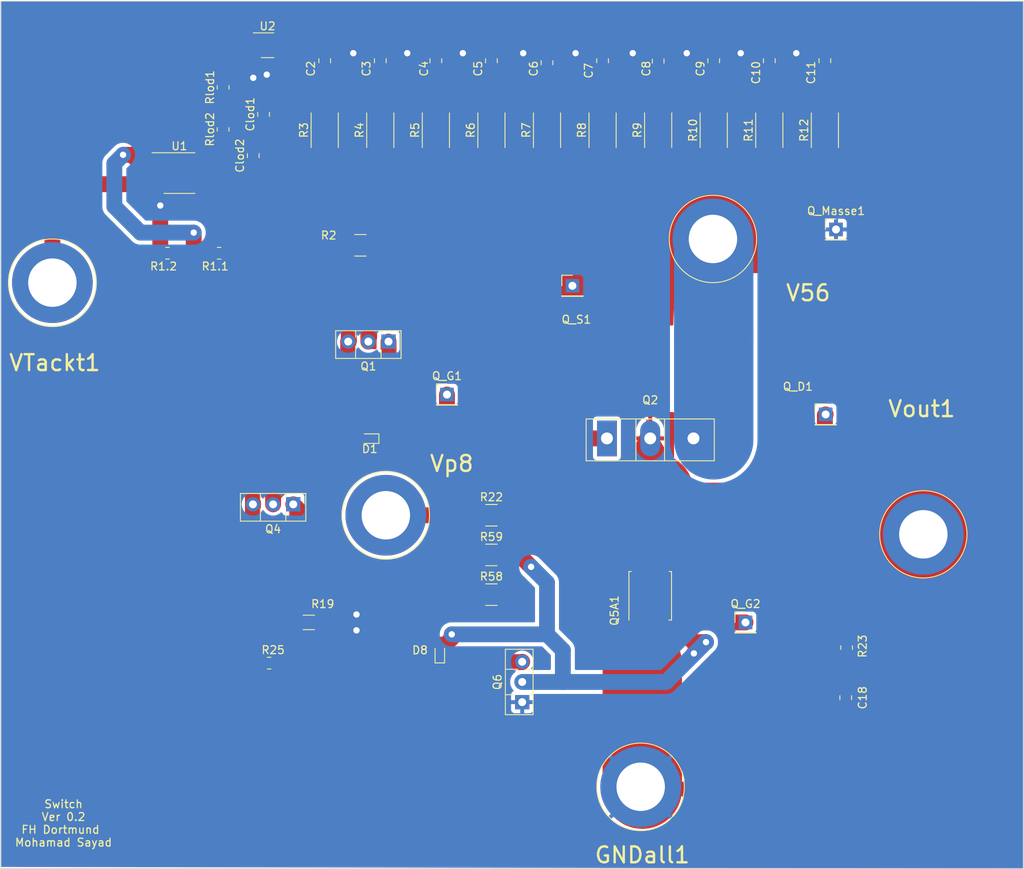
<source format=kicad_pcb>
(kicad_pcb (version 20221018) (generator pcbnew)
  (layers (0 "F.Cu" signal) (31 "B.Cu" signal) (34 "B.Paste" user) (35 "F.Paste" user) (36 "B.SilkS" user "B.Silkscreen") (37 "F.SilkS" user "F.Silkscreen") (38 "B.Mask" user) (39 "F.Mask" user) (44 "Edge.Cuts" user))
  (net 0 "")
  (net 1 "Net-(C18-Pad1)")
  (net 2 "GND")
  (net 3 "Net-(D1-K)")
  (net 4 "Net-(D8-A)")
  (net 5 "56V")
  (net 6 "D")
  (net 7 "Net-(Q4-B)")
  (net 8 "Tackt")
  (net 9 "Vp")
  (net 10 "Net-(C2-Pad1)")
  (net 11 "Net-(C3-Pad1)")
  (net 12 "Net-(C4-Pad1)")
  (net 13 "Net-(C5-Pad1)")
  (net 14 "Net-(C6-Pad1)")
  (net 15 "Net-(C7-Pad1)")
  (net 16 "Net-(C8-Pad1)")
  (net 17 "Net-(C9-Pad1)")
  (net 18 "Net-(C10-Pad1)")
  (net 19 "Net-(C11-Pad1)")
  (net 20 "G1")
  (net 21 "G2")
  (net 22 "Net-(Q4-E)")
  (net 23 "Net-(U1--)")
  (net 27 "Net-(U1-V+)")
  (net 28 "Net-(U2-ADJ)")
  (footprint "Library:TO-247-3_MOSFET" (layer "F.Cu") (at 168.55 96.82)
    (fp_text reference "Q2" (at 5.45 -4.82) (layer "F.SilkS"))
    (fp_text value "IXTH90P10P")
    (pad "1" thru_hole oval (at 5.45 0) (size 2.5 4.5) (drill 1.5) (layers "*.Cu" "*.Mask") (net 6 "D"))
    (pad "2" thru_hole rect (at 0 0) (size 2.5 4.5) (drill 1.5) (layers "*.Cu" "*.Mask") (net 20 "G1"))
    (pad "3" thru_hole oval (at 10.9 0) (size 2.5 4.5) (drill 1.5) (layers "*.Cu" "*.Mask") (net 5 "56V"))
  )
  (footprint "Package_TO_SOT_THT:TO-126-3_Vertical" (layer "F.Cu") (at 157.875 130.04 90)
    (fp_text reference "Q6" (at 2.54 -3.12 90) (layer "F.SilkS"))
    (fp_text value "BD139")
    (pad "1" thru_hole rect (at 0 0 90) (size 1.8 1.8) (drill 1) (layers "*.Cu" "*.Mask") (net 2 "GND"))
    (pad "2" thru_hole oval (at 2.54 0 90) (size 1.8 1.8) (drill 1) (layers "*.Cu" "*.Mask") (net 21 "G2"))
    (pad "3" thru_hole oval (at 5.08 0 90) (size 1.8 1.8) (drill 1) (layers "*.Cu" "*.Mask") (net 4 "Net-(D8-A)"))
  )
  (footprint "Resistor_SMD:R_2512_6332Metric" (layer "F.Cu") (at 133 58 90)
    (fp_text reference "R3" (at 0 -2.62 90) (layer "F.SilkS"))
    (fp_text value "2R2")
    (pad "1" smd roundrect (at -2.9625 0 90) (size 1.225 3.35) (layers "F.Cu" "F.Paste" "F.Mask") (roundrect_rratio 0.204082) (net 5 "56V"))
    (pad "2" smd roundrect (at 2.9625 0 90) (size 1.225 3.35) (layers "F.Cu" "F.Paste" "F.Mask") (roundrect_rratio 0.204082) (net 10 "Net-(C2-Pad1)"))
  )
  (footprint "Resistor_SMD:R_2512_6332Metric" (layer "F.Cu") (at 175 58 90)
    (fp_text reference "R9" (at 0 -2.62 90) (layer "F.SilkS"))
    (fp_text value "2R2")
    (pad "1" smd roundrect (at -2.9625 0 90) (size 1.225 3.35) (layers "F.Cu" "F.Paste" "F.Mask") (roundrect_rratio 0.204082) (net 5 "56V"))
    (pad "2" smd roundrect (at 2.9625 0 90) (size 1.225 3.35) (layers "F.Cu" "F.Paste" "F.Mask") (roundrect_rratio 0.204082) (net 16 "Net-(C8-Pad1)"))
  )
  (footprint "Connector:Banana_Jack_1Pin" (layer "F.Cu") (at 98.7 77.2)
    (fp_text reference "VTackt1" (at 0.3 10.1) (layer "F.SilkS") (effects (font (size 2 2) (thickness 0.3))))
    (fp_text value "Conn_01x01")
    (pad "1" thru_hole circle (at 0 0) (size 10.16 10.16) (drill 6.1) (layers "*.Cu" "*.Mask") (net 8 "Tackt"))
  )
  (footprint "Capacitor_SMD:C_0805_2012Metric" (layer "F.Cu") (at 133 49.25 90)
    (fp_text reference "C2" (at -1 -1.75 90) (layer "F.SilkS"))
    (fp_text value "0.1uF")
    (pad "1" smd roundrect (at -0.95 0 90) (size 1 1.45) (layers "F.Cu" "F.Paste" "F.Mask") (net 10 "Net-(C2-Pad1)"))
    (pad "2" smd roundrect (at 0.95 0 90) (size 1 1.45) (layers "F.Cu" "F.Paste" "F.Mask") (net 2 "GND"))
  )
  (footprint "Resistor_SMD:R_0805_2012Metric" (layer "F.Cu") (at 120.2 57.9 90)
    (fp_text reference "Rlod2" (at 0 -1.65 90) (layer "F.SilkS"))
    (fp_text value "25.2k")
    (pad "1" smd roundrect (at -0.9125 0 90) (size 1.025 1.4) (layers "F.Cu" "F.Paste" "F.Mask") (roundrect_rratio 0.243902) (net 27 "Net-(U1-V+)"))
    (pad "2" smd roundrect (at 0.9125 0 90) (size 1.025 1.4) (layers "F.Cu" "F.Paste" "F.Mask") (roundrect_rratio 0.243902) (net 28 "Net-(U2-ADJ)"))
  )
  (footprint "Capacitor_SMD:C_0805_2012Metric" (layer "F.Cu") (at 198.625 129.488316 -90)
    (fp_text reference "C18" (at 0 -2.125 90) (layer "F.SilkS"))
    (fp_text value "1nF")
    (pad "1" smd roundrect (at -0.95 0 270) (size 1 1.45) (layers "F.Cu" "F.Paste" "F.Mask") (net 1 "Net-(C18-Pad1)"))
    (pad "2" smd roundrect (at 0.95 0 270) (size 1 1.45) (layers "F.Cu" "F.Paste" "F.Mask") (net 2 "GND"))
  )
  (footprint "Library:D_SOD-523_new" (layer "F.Cu") (at 138.675 96.85 180)
    (fp_text reference "D1" (at 0 -1.3) (layer "F.SilkS"))
    (fp_text value "type=\"D\" model=\"BAT54XV2T5G\" lib=\"\"")
    (pad "1" smd rect (at -0.7 0) (size 0.6 0.7) (layers "F.Cu" "F.Paste" "F.Mask") (net 20 "G1"))
    (pad "2" smd rect (at 0.7 0) (size 0.6 0.7) (layers "F.Cu" "F.Paste" "F.Mask") (net 3 "Net-(D1-K)"))
  )
  (footprint "Capacitor_SMD:C_0805_2012Metric" (layer "F.Cu") (at 189 49.25 90)
    (fp_text reference "C10" (at -1.5 -1.68 90) (layer "F.SilkS"))
    (fp_text value "0.1uF")
    (pad "1" smd roundrect (at -0.95 0 90) (size 1 1.45) (layers "F.Cu" "F.Paste" "F.Mask") (net 18 "Net-(C10-Pad1)"))
    (pad "2" smd roundrect (at 0.95 0 90) (size 1 1.45) (layers "F.Cu" "F.Paste" "F.Mask") (net 2 "GND"))
  )
  (footprint "Package_TO_SOT_SMD:TDSON-8-1" (layer "F.Cu") (at 174 116.65 90)
    (fp_text reference "Q5A1" (at -1.85 -4.5 90) (layer "F.SilkS"))
    (fp_text value "BSC340N08NS3G")
    (pad "1" smd rect (at -2.9 -1.905 90) (size 0.85 0.5) (layers "F.Cu" "F.Paste" "F.Mask") (net 2 "GND"))
    (pad "2" smd rect (at -2.9 -0.635 90) (size 0.85 0.5) (layers "F.Cu" "F.Paste" "F.Mask") (net 2 "GND"))
    (pad "3" smd rect (at -2.9 0.635 90) (size 0.85 0.5) (layers "F.Cu" "F.Paste" "F.Mask") (net 2 "GND"))
    (pad "4" smd rect (at -2.9 1.905 90) (size 0.85 0.5) (layers "F.Cu" "F.Paste" "F.Mask") (net 21 "G2"))
    (pad "5" smd rect (at 1.05 0 90) (size 4.55 4.41) (layers "F.Cu") (net 6 "D"))
  )
  (footprint "Capacitor_SMD:C_0805_2012Metric" (layer "F.Cu") (at 147 49.25 90)
    (fp_text reference "C4" (at -1 -1.5 90) (layer "F.SilkS"))
    (fp_text value "0.1uF")
    (pad "1" smd roundrect (at -0.95 0 90) (size 1 1.45) (layers "F.Cu" "F.Paste" "F.Mask") (net 12 "Net-(C4-Pad1)"))
    (pad "2" smd roundrect (at 0.95 0 90) (size 1 1.45) (layers "F.Cu" "F.Paste" "F.Mask") (net 2 "GND"))
  )
  (footprint "Capacitor_SMD:C_0805_2012Metric" (layer "F.Cu") (at 125.3 56 90)
    (fp_text reference "Clod1" (at 0 -1.68 90) (layer "F.SilkS"))
    (fp_text value "0.1uF")
    (pad "1" smd roundrect (at -0.95 0 90) (size 1 1.45) (layers "F.Cu" "F.Paste" "F.Mask") (net 5 "56V"))
    (pad "2" smd roundrect (at 0.95 0 90) (size 1 1.45) (layers "F.Cu" "F.Paste" "F.Mask") (net 2 "GND"))
  )
  (footprint "Capacitor_SMD:C_0805_2012Metric" (layer "F.Cu") (at 175 49.3 90)
    (fp_text reference "C8" (at -0.95 -1.5 90) (layer "F.SilkS"))
    (fp_text value "0.1uF")
    (pad "1" smd roundrect (at -0.95 0 90) (size 1 1.45) (layers "F.Cu" "F.Paste" "F.Mask") (net 16 "Net-(C8-Pad1)"))
    (pad "2" smd roundrect (at 0.95 0 90) (size 1 1.45) (layers "F.Cu" "F.Paste" "F.Mask") (net 2 "GND"))
  )
  (footprint "Resistor_SMD:R_1206_3216Metric" (layer "F.Cu") (at 131 120)
    (fp_text reference "R19" (at 1.75 -2.32) (layer "F.SilkS"))
    (fp_text value "120R")
    (pad "1" smd roundrect (at -1.4625 0) (size 1.125 1.75) (layers "F.Cu" "F.Paste" "F.Mask") (roundrect_rratio 0.222222) (net 22 "Net-(Q4-E)"))
    (pad "2" smd roundrect (at 1.4625 0) (size 1.125 1.75) (layers "F.Cu" "F.Paste" "F.Mask") (roundrect_rratio 0.222222) (net 2 "GND"))
  )
  (footprint "Resistor_SMD:R_0805_2012Metric" (layer "F.Cu") (at 126 125.125)
    (fp_text reference "R25" (at 0.5 -1.65) (layer "F.SilkS"))
    (fp_text value "4k7")
    (pad "1" smd roundrect (at -0.9125 0) (size 1.025 1.4) (layers "F.Cu" "F.Paste" "F.Mask") (roundrect_rratio 0.243902) (net 7 "Net-(Q4-B)"))
    (pad "2" smd roundrect (at 0.9125 0) (size 1.025 1.4) (layers "F.Cu" "F.Paste" "F.Mask") (roundrect_rratio 0.243902) (net 4 "Net-(D8-A)"))
  )
  (footprint "Connector_PinHeader_2.54mm:PinHeader_1x01_P2.54mm_Vertical" (layer "F.Cu") (at 164.2 77.6)
    (fp_text reference "Q_S1" (at 0.5 4.25) (layer "F.SilkS"))
    (fp_text value "Conn_01x01")
    (pad "1" thru_hole rect (at 0 0) (size 1.7 1.7) (drill 1) (layers "*.Cu" "*.Mask") (net 5 "56V"))
  )
  (footprint "Connector:Banana_Jack_1Pin" (layer "F.Cu") (at 181.9 71.7)
    (fp_text reference "V56" (at 12 6.8) (layer "F.SilkS") (effects (font (size 2 2) (thickness 0.3))))
    (fp_text value "Conn_01x01")
    (pad "1" thru_hole circle (at 0 0) (size 10.16 10.16) (drill 6.1) (layers "*.Cu" "*.Mask") (net 5 "56V"))
  )
  (footprint "Capacitor_SMD:C_0805_2012Metric" (layer "F.Cu") (at 140 49.25 90)
    (fp_text reference "C3" (at -1 -1.75 90) (layer "F.SilkS"))
    (fp_text value "0.1uF")
    (pad "1" smd roundrect (at -0.95 0 90) (size 1 1.45) (layers "F.Cu" "F.Paste" "F.Mask") (net 11 "Net-(C3-Pad1)"))
    (pad "2" smd roundrect (at 0.95 0 90) (size 1 1.45) (layers "F.Cu" "F.Paste" "F.Mask") (net 2 "GND"))
  )
  (footprint "Connector_PinHeader_2.54mm:PinHeader_1x01_P2.54mm_Vertical" (layer "F.Cu") (at 148.4 91.3)
    (fp_text reference "Q_G1" (at 0 -2.33) (layer "F.SilkS"))
    (fp_text value "Conn_01x01")
    (pad "1" thru_hole rect (at 0 0) (size 1.7 1.7) (drill 1) (layers "*.Cu" "*.Mask") (net 20 "G1"))
  )
  (footprint "Package_TO_SOT_SMD:SOT-23-5" (layer "F.Cu") (at 125.8 47.3)
    (fp_text reference "U2" (at 0 -2.4) (layer "F.SilkS"))
    (fp_text value "LT3014")
    (pad "1" smd roundrect (at -1.1375 -0.95) (size 1.325 0.6) (layers "F.Cu" "F.Paste" "F.Mask") (net 27 "Net-(U1-V+)"))
    (pad "2" smd roundrect (at -1.1375 0) (size 1.325 0.6) (layers "F.Cu" "F.Paste" "F.Mask") (net 28 "Net-(U2-ADJ)"))
    (pad "3" smd roundrect (at -1.1375 0.95) (size 1.325 0.6) (layers "F.Cu" "F.Paste" "F.Mask"))
    (pad "4" smd roundrect (at 1.1375 0.95) (size 1.325 0.6) (layers "F.Cu" "F.Paste" "F.Mask") (net 2 "GND"))
    (pad "5" smd roundrect (at 1.1375 -0.95) (size 1.325 0.6) (layers "F.Cu" "F.Paste" "F.Mask") (net 5 "56V"))
  )
  (footprint "Resistor_SMD:R_2512_6332Metric" (layer "F.Cu") (at 147 58 90)
    (fp_text reference "R5" (at 0 -2.62 90) (layer "F.SilkS"))
    (fp_text value "2R2")
    (pad "1" smd roundrect (at -2.9625 0 90) (size 1.225 3.35) (layers "F.Cu" "F.Paste" "F.Mask") (roundrect_rratio 0.204082) (net 5 "56V"))
    (pad "2" smd roundrect (at 2.9625 0 90) (size 1.225 3.35) (layers "F.Cu" "F.Paste" "F.Mask") (roundrect_rratio 0.204082) (net 12 "Net-(C4-Pad1)"))
  )
  (footprint "Connector:Banana_Jack_1Pin" (layer "F.Cu") (at 208.4 108.9)
    (fp_text reference "Vout1" (at -0.2 -15.8) (layer "F.SilkS") (effects (font (size 2 2) (thickness 0.3))))
    (fp_text value "Conn_01x01")
    (pad "1" thru_hole circle (at 0 0) (size 10.16 10.16) (drill 6.1) (layers "*.Cu" "*.Mask") (net 6 "D"))
  )
  (footprint "Capacitor_SMD:C_0805_2012Metric" (layer "F.Cu") (at 196 49.25 90)
    (fp_text reference "C11" (at -1.5 -1.75 90) (layer "F.SilkS"))
    (fp_text value "0.1uF")
    (pad "1" smd roundrect (at -0.95 0 90) (size 1 1.45) (layers "F.Cu" "F.Paste" "F.Mask") (net 19 "Net-(C11-Pad1)"))
    (pad "2" smd roundrect (at 0.95 0 90) (size 1 1.45) (layers "F.Cu" "F.Paste" "F.Mask") (net 2 "GND"))
  )
  (footprint "Connector_PinHeader_2.54mm:PinHeader_1x01_P2.54mm_Vertical" (layer "F.Cu") (at 186 120)
    (fp_text reference "Q_G2" (at 0 -2.33) (layer "F.SilkS"))
    (fp_text value "Conn_01x01")
    (pad "1" thru_hole rect (at 0 0) (size 1.7 1.7) (drill 1) (layers "*.Cu" "*.Mask") (net 21 "G2"))
  )
  (footprint "Resistor_SMD:R_0805_2012Metric" (layer "F.Cu") (at 198.735 123.173752 -90)
    (fp_text reference "R23" (at -0.173752 -2.015 90) (layer "F.SilkS"))
    (fp_text value "2R2")
    (pad "1" smd roundrect (at -0.9125 0 270) (size 1.025 1.4) (layers "F.Cu" "F.Paste" "F.Mask") (roundrect_rratio 0.243902) (net 6 "D"))
    (pad "2" smd roundrect (at 0.9125 0 270) (size 1.025 1.4) (layers "F.Cu" "F.Paste" "F.Mask") (roundrect_rratio 0.243902) (net 1 "Net-(C18-Pad1)"))
  )
  (footprint "Connector:Banana_Jack_1Pin" (layer "F.Cu") (at 140.7 106.5)
    (fp_text reference "Vp8" (at 8.3 -6.5) (layer "F.SilkS") (effects (font (size 2 2) (thickness 0.3))))
    (fp_text value "Conn_01x01")
    (pad "1" thru_hole circle (at 0 0) (size 10.16 10.16) (drill 6.1) (layers "*.Cu" "*.Mask") (net 9 "Vp"))
  )
  (footprint "Resistor_SMD:R_2512_6332Metric" (layer "F.Cu") (at 168 58 90)
    (fp_text reference "R8" (at 0 -2.62 90) (layer "F.SilkS"))
    (fp_text value "2R2")
    (pad "1" smd roundrect (at -2.9625 0 90) (size 1.225 3.35) (layers "F.Cu" "F.Paste" "F.Mask") (roundrect_rratio 0.204082) (net 5 "56V"))
    (pad "2" smd roundrect (at 2.9625 0 90) (size 1.225 3.35) (layers "F.Cu" "F.Paste" "F.Mask") (roundrect_rratio 0.204082) (net 15 "Net-(C7-Pad1)"))
  )
  (footprint "Capacitor_SMD:C_0805_2012Metric" (layer "F.Cu") (at 154 49.25 90)
    (fp_text reference "C5" (at -1 -1.68 90) (layer "F.SilkS"))
    (fp_text value "0.1uF")
    (pad "1" smd roundrect (at -0.95 0 90) (size 1 1.45) (layers "F.Cu" "F.Paste" "F.Mask") (net 13 "Net-(C5-Pad1)"))
    (pad "2" smd roundrect (at 0.95 0 90) (size 1 1.45) (layers "F.Cu" "F.Paste" "F.Mask") (net 2 "GND"))
  )
  (footprint "Resistor_SMD:R_0805_2012Metric" (layer "F.Cu") (at 120.2 52.6 90)
    (fp_text reference "Rlod1" (at 0 -1.65 90) (layer "F.SilkS"))
    (fp_text value "1.35k")
    (pad "1" smd roundrect (at -0.9125 0 90) (size 1.025 1.4) (layers "F.Cu" "F.Paste" "F.Mask") (roundrect_rratio 0.243902) (net 28 "Net-(U2-ADJ)"))
    (pad "2" smd roundrect (at 0.9125 0 90) (size 1.025 1.4) (layers "F.Cu" "F.Paste" "F.Mask") (roundrect_rratio 0.243902) (net 2 "GND"))
  )
  (footprint "Package_SO:SOIC-8_3.9x4.9mm_P1.27mm" (layer "F.Cu") (at 114.7 63.4)
    (fp_text reference "U1" (at 0 -3.4) (layer "F.SilkS"))
    (fp_text value "AD8033")
    (pad "1" smd roundrect (at -2.475 -1.905) (size 1.95 0.6) (layers "F.Cu" "F.Paste" "F.Mask"))
    (pad "2" smd roundrect (at -2.475 -0.635) (size 1.95 0.6) (layers "F.Cu" "F.Paste" "F.Mask") (net 23 "Net-(U1--)"))
    (pad "3" smd roundrect (at -2.475 0.635) (size 1.95 0.6) (layers "F.Cu" "F.Paste" "F.Mask") (net 8 "Tackt"))
    (pad "4" smd roundrect (at -2.475 1.905) (size 1.95 0.6) (layers "F.Cu" "F.Paste" "F.Mask") (net 2 "GND"))
    (pad "5" smd roundrect (at 2.475 1.905) (size 1.95 0.6) (layers "F.Cu" "F.Paste" "F.Mask"))
    (pad "6" smd roundrect (at 2.475 0.635) (size 1.95 0.6) (layers "F.Cu" "F.Paste" "F.Mask") (net 7 "Net-(Q4-B)"))
    (pad "7" smd roundrect (at 2.475 -0.635) (size 1.95 0.6) (layers "F.Cu" "F.Paste" "F.Mask") (net 27 "Net-(U1-V+)"))
    (pad "8" smd roundrect (at 2.475 -1.905) (size 1.95 0.6) (layers "F.Cu" "F.Paste" "F.Mask"))
  )
  (footprint "Package_TO_SOT_THT:TO-126-3_Vertical" (layer "F.Cu") (at 141.04 84.625 180)
    (fp_text reference "Q1" (at 2.54 -3.12) (layer "F.SilkS"))
    (fp_text value "BD139")
    (pad "1" thru_hole rect (at 0 0 180) (size 1.8 1.8) (drill 1) (layers "*.Cu" "*.Mask") (net 20 "G1"))
    (pad "2" thru_hole oval (at 2.54 0 180) (size 1.8 1.8) (drill 1) (layers "*.Cu" "*.Mask") (net 5 "56V"))
    (pad "3" thru_hole oval (at 5.08 0 180) (size 1.8 1.8) (drill 1) (layers "*.Cu" "*.Mask") (net 3 "Net-(D1-K)"))
  )
  (footprint "Resistor_SMD:R_2512_6332Metric" (layer "F.Cu") (at 189 58 90)
    (fp_text reference "R11" (at 0 -2.62 90) (layer "F.SilkS"))
    (fp_text value "2R2")
    (pad "1" smd roundrect (at -2.9625 0 90) (size 1.225 3.35) (layers "F.Cu" "F.Paste" "F.Mask") (roundrect_rratio 0.204082) (net 5 "56V"))
    (pad "2" smd roundrect (at 2.9625 0 90) (size 1.225 3.35) (layers "F.Cu" "F.Paste" "F.Mask") (roundrect_rratio 0.204082) (net 18 "Net-(C10-Pad1)"))
  )
  (footprint "Resistor_SMD:R_1210_3225Metric" (layer "F.Cu") (at 154 111.5)
    (fp_text reference "R59" (at 0 -2.28) (layer "F.SilkS"))
    (fp_text value "220R")
    (pad "1" smd roundrect (at -1.4625 0) (size 1.125 2.65) (layers "F.Cu" "F.Paste" "F.Mask") (roundrect_rratio 0.222222) (net 9 "Vp"))
    (pad "2" smd roundrect (at 1.4625 0) (size 1.125 2.65) (layers "F.Cu" "F.Paste" "F.Mask") (roundrect_rratio 0.222222) (net 21 "G2"))
  )
  (footprint "Resistor_SMD:R_1210_3225Metric" (layer "F.Cu") (at 154 106.5)
    (fp_text reference "R22" (at 0 -2.28) (layer "F.SilkS"))
    (fp_text value "220R")
    (pad "1" smd roundrect (at -1.4625 0) (size 1.125 2.65) (layers "F.Cu" "F.Paste" "F.Mask") (roundrect_rratio 0.222222) (net 9 "Vp"))
    (pad "2" smd roundrect (at 1.4625 0) (size 1.125 2.65) (layers "F.Cu" "F.Paste" "F.Mask") (roundrect_rratio 0.222222) (net 21 "G2"))
  )
  (footprint "Resistor_SMD:R_2512_6332Metric" (layer "F.Cu") (at 196 58 90)
    (fp_text reference "R12" (at 0 -2.62 90) (layer "F.SilkS"))
    (fp_text value "2R2")
    (pad "1" smd roundrect (at -2.9625 0 90) (size 1.225 3.35) (layers "F.Cu" "F.Paste" "F.Mask") (roundrect_rratio 0.204082) (net 5 "56V"))
    (pad "2" smd roundrect (at 2.9625 0 90) (size 1.225 3.35) (layers "F.Cu" "F.Paste" "F.Mask") (roundrect_rratio 0.204082) (net 19 "Net-(C11-Pad1)"))
  )
  (footprint "Resistor_SMD:R_1210_3225Metric" (layer "F.Cu") (at 154 116.5)
    (fp_text reference "R58" (at 0 -2.28) (layer "F.SilkS"))
    (fp_text value "220R")
    (pad "1" smd roundrect (at -1.4625 0) (size 1.125 2.65) (layers "F.Cu" "F.Paste" "F.Mask") (roundrect_rratio 0.222222) (net 9 "Vp"))
    (pad "2" smd roundrect (at 1.4625 0) (size 1.125 2.65) (layers "F.Cu" "F.Paste" "F.Mask") (roundrect_rratio 0.222222) (net 21 "G2"))
  )
  (footprint "Resistor_SMD:R_1210_3225Metric" (layer "F.Cu") (at 137.5 72.5 180)
    (fp_text reference "R2" (at 4 1.25) (layer "F.SilkS"))
    (fp_text value "330R")
    (pad "1" smd roundrect (at -1.4625 0 180) (size 1.125 2.65) (layers "F.Cu" "F.Paste" "F.Mask") (roundrect_rratio 0.222222) (net 5 "56V"))
    (pad "2" smd roundrect (at 1.4625 0 180) (size 1.125 2.65) (layers "F.Cu" "F.Paste" "F.Mask") (roundrect_rratio 0.222222) (net 3 "Net-(D1-K)"))
  )
  (footprint "Capacitor_SMD:C_0805_2012Metric" (layer "F.Cu") (at 124 61.2 90)
    (fp_text reference "Clod2" (at 0 -1.68 90) (layer "F.SilkS"))
    (fp_text value "0.1uF")
    (pad "1" smd roundrect (at -0.95 0 90) (size 1 1.45) (layers "F.Cu" "F.Paste" "F.Mask") (net 27 "Net-(U1-V+)"))
    (pad "2" smd roundrect (at 0.95 0 90) (size 1 1.45) (layers "F.Cu" "F.Paste" "F.Mask") (net 2 "GND"))
  )
  (footprint "Capacitor_SMD:C_0805_2012Metric" (layer "F.Cu") (at 182 49.25 90)
    (fp_text reference "C9" (at -1 -1.68 90) (layer "F.SilkS"))
    (fp_text value "0.1uF")
    (pad "1" smd roundrect (at -0.95 0 90) (size 1 1.45) (layers "F.Cu" "F.Paste" "F.Mask") (net 17 "Net-(C9-Pad1)"))
    (pad "2" smd roundrect (at 0.95 0 90) (size 1 1.45) (layers "F.Cu" "F.Paste" "F.Mask") (net 2 "GND"))
  )
  (footprint "Connector_PinHeader_2.54mm:PinHeader_1x01_P2.54mm_Vertical" (layer "F.Cu") (at 197.4 70.5)
    (fp_text reference "Q_Masse1" (at 0 -2.33) (layer "F.SilkS"))
    (fp_text value "Conn_01x01")
    (pad "1" thru_hole rect (at 0 0) (size 1.7 1.7) (drill 1) (layers "*.Cu" "*.Mask") (net 2 "GND"))
  )
  (footprint "Connector_PinHeader_2.54mm:PinHeader_1x01_P2.54mm_Vertical" (layer "F.Cu") (at 196.1 93.8)
    (fp_text reference "Q_D1" (at -3.5 -3.5) (layer "F.SilkS"))
    (fp_text value "Conn_01x01")
    (pad "1" thru_hole rect (at 0 0) (size 1.7 1.7) (drill 1) (layers "*.Cu" "*.Mask") (net 6 "D"))
  )
  (footprint "Capacitor_SMD:C_0805_2012Metric" (layer "F.Cu") (at 168 49.25 90)
    (fp_text reference "C7" (at -1.25 -1.75 90) (layer "F.SilkS"))
    (fp_text value "0.1uF")
    (pad "1" smd roundrect (at -0.95 0 90) (size 1 1.45) (layers "F.Cu" "F.Paste" "F.Mask") (net 15 "Net-(C7-Pad1)"))
    (pad "2" smd roundrect (at 0.95 0 90) (size 1 1.45) (layers "F.Cu" "F.Paste" "F.Mask") (net 2 "GND"))
  )
  (footprint "Resistor_SMD:R_2512_6332Metric" (layer "F.Cu") (at 140 58 90)
    (fp_text reference "R4" (at 0 -2.62 90) (layer "F.SilkS"))
    (fp_text value "2R2")
    (pad "1" smd roundrect (at -2.9625 0 90) (size 1.225 3.35) (layers "F.Cu" "F.Paste" "F.Mask") (roundrect_rratio 0.204082) (net 5 "56V"))
    (pad "2" smd roundrect (at 2.9625 0 90) (size 1.225 3.35) (layers "F.Cu" "F.Paste" "F.Mask") (roundrect_rratio 0.204082) (net 11 "Net-(C3-Pad1)"))
  )
  (footprint "Resistor_SMD:R_0805_2012Metric" (layer "F.Cu") (at 113.2 73.5 180)
    (fp_text reference "R1.2" (at 0.5 -1.65) (layer "F.SilkS"))
    (fp_text value "2k")
    (pad "1" smd roundrect (at -0.9125 0 180) (size 1.025 1.4) (layers "F.Cu" "F.Paste" "F.Mask") (roundrect_rratio 0.243902) (net 23 "Net-(U1--)"))
    (pad "2" smd roundrect (at 0.9125 0 180) (size 1.025 1.4) (layers "F.Cu" "F.Paste" "F.Mask") (roundrect_rratio 0.243902) (net 2 "GND"))
  )
  (footprint "Resistor_SMD:R_2512_6332Metric" (layer "F.Cu") (at 161 58 90)
    (fp_text reference "R7" (at 0 -2.62 90) (layer "F.SilkS"))
    (fp_text value "2R2")
    (pad "1" smd roundrect (at -2.9625 0 90) (size 1.225 3.35) (layers "F.Cu" "F.Paste" "F.Mask") (roundrect_rratio 0.204082) (net 5 "56V"))
    (pad "2" smd roundrect (at 2.9625 0 90) (size 1.225 3.35) (layers "F.Cu" "F.Paste" "F.Mask") (roundrect_rratio 0.204082) (net 14 "Net-(C6-Pad1)"))
  )
  (footprint "Connector:Banana_Jack_1Pin" (layer "F.Cu") (at 172.8 140.7)
    (fp_text reference "GNDall1" (at 0.2 8.6) (layer "F.SilkS") (effects (font (size 2 2) (thickness 0.3))))
    (fp_text value "Conn_01x01")
    (pad "1" thru_hole circle (at 0 0) (size 10.16 10.16) (drill 6.1) (layers "*.Cu" "*.Mask") (net 2 "GND"))
  )
  (footprint "Package_TO_SOT_THT:TO-126-3_Vertical" (layer "F.Cu") (at 129.04 105.125 180)
    (fp_text reference "Q4" (at 2.54 -3.12) (layer "F.SilkS"))
    (fp_text value "BD139")
    (pad "1" thru_hole rect (at 0 0 180) (size 1.8 1.8) (drill 1) (layers "*.Cu" "*.Mask") (net 22 "Net-(Q4-E)"))
    (pad "2" thru_hole oval (at 2.54 0 180) (size 1.8 1.8) (drill 1) (layers "*.Cu" "*.Mask") (net 3 "Net-(D1-K)"))
    (pad "3" thru_hole oval (at 5.08 0 180) (size 1.8 1.8) (drill 1) (layers "*.Cu" "*.Mask") (net 7 "Net-(Q4-B)"))
  )
  (footprint "Library:D_SOD-523_new" (layer "F.Cu") (at 147.5 123.95 90)
    (fp_text reference "D8" (at 0.45 -2.5 180) (layer "F.SilkS"))
    (fp_text value "type=\"D\" model=\"BAT54XV2T5G\" lib=\"\"")
    (pad "1" smd rect (at -0.7 0 270) (size 0.6 0.7) (layers "F.Cu" "F.Paste" "F.Mask") (net 4 "Net-(D8-A)"))
    (pad "2" smd rect (at 0.7 0 270) (size 0.6 0.7) (layers "F.Cu" "F.Paste" "F.Mask") (net 21 "G2"))
  )
  (footprint "Resistor_SMD:R_2512_6332Metric" (layer "F.Cu") (at 154 58 90)
    (fp_text reference "R6" (at 0 -2.62 90) (layer "F.SilkS"))
    (fp_text value "2R2")
    (pad "1" smd roundrect (at -2.9625 0 90) (size 1.225 3.35) (layers "F.Cu" "F.Paste" "F.Mask") (roundrect_rratio 0.204082) (net 5 "56V"))
    (pad "2" smd roundrect (at 2.9625 0 90) (size 1.225 3.35) (layers "F.Cu" "F.Paste" "F.Mask") (roundrect_rratio 0.204082) (net 13 "Net-(C5-Pad1)"))
  )
  (footprint "Resistor_SMD:R_0805_2012Metric" (layer "F.Cu") (at 119.7 73.5 180)
    (fp_text reference "R1.1" (at 0.5 -1.65) (layer "F.SilkS"))
    (fp_text value "10k")
    (pad "1" smd roundrect (at -0.9125 0 180) (size 1.025 1.4) (layers "F.Cu" "F.Paste" "F.Mask") (roundrect_rratio 0.243902) (net 7 "Net-(Q4-B)"))
    (pad "2" smd roundrect (at 0.9125 0 180) (size 1.025 1.4) (layers "F.Cu" "F.Paste" "F.Mask") (roundrect_rratio 0.243902) (net 23 "Net-(U1--)"))
  )
  (footprint "Resistor_SMD:R_2512_6332Metric" (layer "F.Cu") (at 182 58 90)
    (fp_text reference "R10" (at 0 -2.62 90) (layer "F.SilkS"))
    (fp_text value "2R2")
    (pad "1" smd roundrect (at -2.9625 0 90) (size 1.225 3.35) (layers "F.Cu" "F.Paste" "F.Mask") (roundrect_rratio 0.204082) (net 5 "56V"))
    (pad "2" smd roundrect (at 2.9625 0 90) (size 1.225 3.35) (layers "F.Cu" "F.Paste" "F.Mask") (roundrect_rratio 0.204082) (net 17 "Net-(C9-Pad1)"))
  )
  (footprint "Capacitor_SMD:C_0805_2012Metric" (layer "F.Cu") (at 161 49.5 90)
    (fp_text reference "C6" (at -0.75 -1.68 90) (layer "F.SilkS"))
    (fp_text value "0.1uF")
    (pad "1" smd roundrect (at -0.95 0 90) (size 1 1.45) (layers "F.Cu" "F.Paste" "F.Mask") (net 14 "Net-(C6-Pad1)"))
    (pad "2" smd roundrect (at 0.95 0 90) (size 1 1.45) (layers "F.Cu" "F.Paste" "F.Mask") (net 2 "GND"))
  )
  (gr_rect (start 92.2 41.75) (end 221 151) (stroke (width 0.1)) (fill none) (layer "Edge.Cuts"))
  (gr_text "Switch\nVer 0.2\nFH Dortmund \nMohamad Sayad" (at 100.1 145.3) (layer "F.SilkS") (effects (font (size 1 1))))
  (segment (start 198.5 125) (end 198.5 128) (width 2) (layer "F.Cu") (net 1))
  (segment (start 198.735 128.428316) (end 198.625 128.538316) (width 0.25) (layer "F.Cu") (net 1))
  (segment (start 125.3 53.5) (end 124 53.5) (width 2) (layer "F.Cu") (net 2))
  (segment (start 122.5 51.4) (end 124 51.4) (width 2) (layer "F.Cu") (net 2))
  (segment (start 136 120) (end 137 121) (width 2) (layer "F.Cu") (net 2))
  (segment (start 164.6 48.3) (end 178.6 48.3) (width 2) (layer "F.Cu") (net 2))
  (segment (start 125.7 51) (end 126.4 50.3) (width 2) (layer "F.Cu") (net 2))
  (segment (start 125.3 51.4) (end 125.7 51) (width 2) (layer "F.Cu") (net 2))
  (segment (start 136 120) (end 132.4625 120) (width 2) (layer "F.Cu") (net 2))
  (segment (start 196 48.3) (end 185.4 48.3) (width 2) (layer "F.Cu") (net 2))
  (segment (start 188.063316 141) (end 178.405 141) (width 2) (layer "F.Cu") (net 2))
  (segment (start 185.4 48.3) (end 178.6 48.3) (width 2) (layer "F.Cu") (net 2))
  (segment (start 136.6 48.3) (end 164.6 48.3) (width 2) (layer "F.Cu") (net 2))
  (segment (start 122.8 59.05) (end 123.7 59.95) (width 2) (layer "F.Cu") (net 2))
  (segment (start 122.8 54.7) (end 122.8 59.05) (width 2) (layer "F.Cu") (net 2))
  (segment (start 124 53.5) (end 122.8 54.7) (width 2) (layer "F.Cu") (net 2))
  (segment (start 124 51.4) (end 125.3 51.4) (width 2) (layer "F.Cu") (net 2))
  (segment (start 112.2875 73.5) (end 112.2875 67.4875) (width 2) (layer "F.Cu") (net 2))
  (segment (start 136.6 48.3) (end 133 48.3) (width 2) (layer "F.Cu") (net 2))
  (segment (start 125.3 53.5) (end 125.3 51.4) (width 2) (layer "F.Cu") (net 2))
  (segment (start 173 141) (end 173 125.175) (width 10) (layer "F.Cu") (net 2))
  (segment (start 123.7 59.95) (end 124 59.95) (width 2) (layer "F.Cu") (net 2))
  (segment (start 112.2875 67.3125) (end 112.2875 66.5875) (width 2) (layer "F.Cu") (net 2))
  (segment (start 136 120) (end 137 119) (width 2) (layer "F.Cu") (net 2))
  (segment (start 198.625 130.438316) (end 188.063316 141) (width 2) (layer "F.Cu") (net 2))
  (segment (start 125.3 55.05) (end 125.3 53.5) (width 2) (layer "F.Cu") (net 2))
  (via (at 158 48.3) (size 1.6) (drill 0.8) (layers "F.Cu" "B.Cu") (net 2))
  (via (at 143.4 48.3) (size 1.6) (drill 0.8) (layers "F.Cu" "B.Cu") (net 2))
  (via (at 178.6 48.3) (size 1.6) (drill 0.8) (layers "F.Cu" "B.Cu") (net 2))
  (via (at 185.4 48.3) (size 1.6) (drill 0.8) (layers "F.Cu" "B.Cu") (net 2))
  (via (at 112.2875 67.4875) (size 1.6) (drill 0.8) (layers "F.Cu" "B.Cu") (net 2))
  (via (at 137 119) (size 1.6) (drill 0.8) (layers "F.Cu" "B.Cu") (net 2))
  (via (at 171.8 48.3) (size 1.6) (drill 0.8) (layers "F.Cu" "B.Cu") (net 2))
  (via (at 136.6 48.3) (size 1.6) (drill 0.8) (layers "F.Cu" "B.Cu") (net 2))
  (via (at 124 51.4) (size 1.6) (drill 0.8) (layers "F.Cu" "B.Cu") (net 2))
  (via (at 125.7 51) (size 1.6) (drill 0.8) (layers "F.Cu" "B.Cu") (net 2))
  (via (at 137 121) (size 1.6) (drill 0.8) (layers "F.Cu" "B.Cu") (net 2))
  (via (at 150.4 48.3) (size 1.6) (drill 0.8) (layers "F.Cu" "B.Cu") (net 2))
  (via (at 192.4 48.3) (size 1.6) (drill 0.8) (layers "F.Cu" "B.Cu") (net 2))
  (via (at 164.6 48.3) (size 1.6) (drill 0.8) (layers "F.Cu" "B.Cu") (net 2))
  (segment (start 126.5 105.125) (end 126.5 103.92) (width 2) (layer "F.Cu") (net 3))
  (segment (start 135.96 84.625) (end 135.96 94.46) (width 2) (layer "F.Cu") (net 3))
  (segment (start 136.0375 84.5475) (end 135.96 84.625) (width 2) (layer "F.Cu") (net 3))
  (segment (start 126.5 103.92) (end 135.96 94.46) (width 2) (layer "F.Cu") (net 3))
  (segment (start 135.96 95.46) (end 137.5 97) (width 2) (layer "F.Cu") (net 3))
  (segment (start 135.96 94.46) (end 135.96 95.46) (width 2) (layer "F.Cu") (net 3))
  (segment (start 136.0375 72.5) (end 136.0375 84.5475) (width 2) (layer "F.Cu") (net 3))
  (segment (start 157.875 124.96) (end 157.835 125) (width 2) (layer "F.Cu") (net 4))
  (segment (start 157.835 125) (end 147.5 125) (width 2) (layer "F.Cu") (net 4))
  (segment (start 126.9125 125.125) (end 147.375 125.125) (width 2) (layer "F.Cu") (net 4))
  (segment (start 147.375 125.125) (end 147.5 125) (width 2) (layer "F.Cu") (net 4))
  (segment (start 192.2875 60.9625) (end 197.7125 60.9625) (width 2) (layer "F.Cu") (net 5))
  (segment (start 163.9625 60.9625) (end 161 60.9625) (width 2) (layer "F.Cu") (net 5))
  (segment (start 192.2875 60.9625) (end 196 60.9625) (width 2) (layer "F.Cu") (net 5))
  (segment (start 140.4625 71) (end 138.9625 72.5) (width 2) (layer "F.Cu") (net 5))
  (segment (start 130.9625 60.9625) (end 133 60.9625) (width 2) (layer "F.Cu") (net 5))
  (segment (start 129.3 59.3) (end 127.25 57.25) (width 2) (layer "F.Cu") (net 5))
  (segment (start 127.25 57.25) (end 125.3 57.25) (width 2) (layer "F.Cu") (net 5))
  (segment (start 138.5 72.9625) (end 138.5 84.625) (width 2) (layer "F.Cu") (net 5))
  (segment (start 164 71) (end 164 61) (width 2) (layer "F.Cu") (net 5))
  (segment (start 163.9 71.1) (end 164 71) (width 2) (layer "F.Cu") (net 5))
  (segment (start 164.2 71.2) (end 164.2 77.6) (width 2) (layer "F.Cu") (net 5))
  (segment (start 164 71) (end 164.2 71.2) (width 2) (layer "F.Cu") (net 5))
  (segment (start 197.75 61) (end 131.25 61) (width 2) (layer "F.Cu") (net 5))
  (segment (start 182 71) (end 164 71) (width 2) (layer "F.Cu") (net 5))
  (segment (start 197.7125 60.9625) (end 197.75 61) (width 2) (layer "F.Cu") (net 5))
  (segment (start 129.3 59.3) (end 130.9625 60.9625) (width 2) (layer "F.Cu") (net 5))
  (segment (start 164 61) (end 163.9625 60.9625) (width 2) (layer "F.Cu") (net 5))
  (segment (start 133 60.9625) (end 192.2875 60.9625) (width 2) (layer "F.Cu") (net 5))
  (segment (start 164 71) (end 140.4625 71) (width 2) (layer "F.Cu") (net 5))
  (segment (start 138.9625 72.5) (end 138.5 72.9625) (width 2) (layer "F.Cu") (net 5))
  (segment (start 129.3 46.6) (end 129.3 59.3) (width 2) (layer "F.Cu") (net 5))
  (segment (start 182 72) (end 182 84) (width 10) (layer "B.Cu") (net 5))
  (segment (start 182 84) (end 182 97) (width 10) (layer "B.Cu") (net 5))
  (segment (start 196 93.9) (end 196 107) (width 2) (layer "F.Cu") (net 6))
  (segment (start 174 112) (end 174 107) (width 10) (layer "F.Cu") (net 6))
  (segment (start 198 109) (end 190 109) (width 10) (layer "F.Cu") (net 6))
  (segment (start 174.5 111.5) (end 174.5 103.67452) (width 10) (layer "F.Cu") (net 6))
  (segment (start 190 109) (end 199 118) (width 2) (layer "F.Cu") (net 6))
  (segment (start 196.1 93.8) (end 196 93.9) (width 2) (layer "F.Cu") (net 6))
  (segment (start 174 112) (end 174.5 111.5) (width 10) (layer "F.Cu") (net 6))
  (segment (start 174 113) (end 174 112) (width 10) (layer "F.Cu") (net 6))
  (segment (start 209 109) (end 198 109) (width 10) (layer "F.Cu") (net 6))
  (segment (start 190 109) (end 177 109) (width 10) (layer "F.Cu") (net 6))
  (segment (start 177 109) (end 174 112) (width 10) (layer "F.Cu") (net 6))
  (segment (start 199 118) (end 199 122) (width 2) (layer "F.Cu") (net 6))
  (segment (start 196 107) (end 198 109) (width 2) (layer "F.Cu") (net 6))
  (segment (start 123.96 73.5) (end 123.96 64.86) (width 2) (layer "F.Cu") (net 7))
  (segment (start 123.96 105.125) (end 123.96 124.3725) (width 2) (layer "F.Cu") (net 7))
  (segment (start 123.96 73.5) (end 120.9875 73.5) (width 2) (layer "F.Cu") (net 7))
  (segment (start 123.96 124.3725) (end 124.7125 125.125) (width 2) (layer "F.Cu") (net 7))
  (segment (start 123.96 105.125) (end 123.96 73.5) (width 2) (layer "F.Cu") (net 7))
  (segment (start 98.7 77) (end 98.7 69.5) (width 2) (layer "F.Cu") (net 8))
  (segment (start 103.4 64.8) (end 110 64.8) (width 2) (layer "F.Cu") (net 8))
  (segment (start 98.7 69.5) (end 103.4 64.8) (width 2) (layer "F.Cu") (net 8))
  (segment (start 152 106.5) (end 152.5375 107.0375) (width 2) (layer "F.Cu") (net 9))
  (segment (start 152.5375 111.5) (end 152.5375 116.5) (width 2) (layer "F.Cu") (net 9))
  (segment (start 141 106.5) (end 152 106.5) (width 2) (layer "F.Cu") (net 9))
  (segment (start 152.5375 107.0375) (end 152.5375 111.5) (width 2) (layer "F.Cu") (net 9))
  (segment (start 133 55.0375) (end 133 50.75) (width 2) (layer "F.Cu") (net 10))
  (segment (start 140 55.0375) (end 140 50.75) (width 2) (layer "F.Cu") (net 11))
  (segment (start 147 55.0375) (end 147 50.75) (width 2) (layer "F.Cu") (net 12))
  (segment (start 154 55.0375) (end 154 50.75) (width 2) (layer "F.Cu") (net 13))
  (segment (start 161 55.0375) (end 161 51) (width 2) (layer "F.Cu") (net 14))
  (segment (start 168 55.0375) (end 168 51) (width 2) (layer "F.Cu") (net 15))
  (segment (start 175 55.0375) (end 175 51) (width 2) (layer "F.Cu") (net 16))
  (segment (start 182 55.0375) (end 182 51) (width 2) (layer "F.Cu") (net 17))
  (segment (start 189 55.0375) (end 189 51) (width 2) (layer "F.Cu") (net 18))
  (segment (start 196 55.0375) (end 196 52.5) (width 2) (layer "F.Cu") (net 19))
  (segment (start 196 52.5) (end 196 51) (width 2) (layer "F.Cu") (net 19))
  (segment (start 141.04 95.96) (end 140.18 96.82) (width 2) (layer "F.Cu") (net 20))
  (segment (start 148.4 96.82) (end 140.18 96.82) (width 2) (layer "F.Cu") (net 20))
  (segment (start 168.55 96.82) (end 148.4 96.82) (width 2) (layer "F.Cu") (net 20))
  (segment (start 141.04 84.625) (end 141.04 95.96) (width 2) (layer "F.Cu") (net 20))
  (segment (start 148.4 91.3) (end 148.4 96.82) (width 2) (layer "F.Cu") (net 20))
  (segment (start 181.024267 122.483246) (end 180.916754 122.483246) (width 2) (layer "F.Cu") (net 21))
  (segment (start 155.4625 106.5) (end 155.4625 111.5375) (width 2) (layer "F.Cu") (net 21))
  (segment (start 159 113) (end 157.5375 111.5375) (width 2) (layer "F.Cu") (net 21))
  (segment (start 149 122) (end 148.2 122.8) (width 2) (layer "F.Cu") (net 21))
  (segment (start 149 121.5) (end 149 122) (width 2) (layer "F.Cu") (net 21))
  (segment (start 181.024267 122.483246) (end 180.871754 122.483246) (width 2) (layer "F.Cu") (net 21))
  (segment (start 179.433246 122.483246) (end 178.475 121.525) (width 2) (layer "F.Cu") (net 21))
  (segment (start 157.5375 111.5375) (end 155.4625 111.5375) (width 2) (layer "F.Cu") (net 21))
  (segment (start 176.5 119.55) (end 178.475 121.525) (width 2) (layer "F.Cu") (net 21))
  (segment (start 181.024267 122.483246) (end 179.433246 122.483246) (width 2) (layer "F.Cu") (net 21))
  (segment (start 155.4625 111.5375) (end 155.4625 116.5) (width 2) (layer "F.Cu") (net 21))
  (segment (start 186 120) (end 180 120) (width 2) (layer "F.Cu") (net 21))
  (segment (start 180 120) (end 178.475 121.525) (width 2) (layer "F.Cu") (net 21))
  (segment (start 148.2 122.8) (end 147 122.8) (width 2) (layer "F.Cu") (net 21))
  (segment (start 180.916754 122.483246) (end 179.5 123.9) (width 2) (layer "F.Cu") (net 21))
  (via (at 181.024267 122.483246) (size 1.6) (drill 0.8) (layers "F.Cu" "B.Cu") (net 21))
  (via (at 149 121.5) (size 1.6) (drill 0.8) (layers "F.Cu" "B.Cu") (net 21))
  (via (at 179.5 123.9) (size 1.6) (drill 0.8) (layers "F.Cu" "B.Cu") (net 21))
  (via (at 159 113) (size 1.8) (drill 0.8) (layers "F.Cu" "B.Cu") (net 21))
  (segment (start 176 127.5) (end 181.016754 122.483246) (width 2) (layer "B.Cu") (net 21))
  (segment (start 161 121.5) (end 149 121.5) (width 2) (layer "B.Cu") (net 21))
  (segment (start 161 115) (end 159 113) (width 2) (layer "B.Cu") (net 21))
  (segment (start 163 127.5) (end 163 123.5) (width 2) (layer "B.Cu") (net 21))
  (segment (start 181.016754 122.483246) (end 181.024267 122.483246) (width 2) (layer "B.Cu") (net 21))
  (segment (start 161 121.5) (end 161 115) (width 2) (layer "B.Cu") (net 21))
  (segment (start 163 123.5) (end 161 121.5) (width 2) (layer "B.Cu") (net 21))
  (segment (start 163 127.5) (end 176 127.5) (width 2) (layer "B.Cu") (net 21))
  (segment (start 163 127.5) (end 157.875 127.5) (width 2) (layer "B.Cu") (net 21))
  (segment (start 129.5375 105.6225) (end 129.04 105.125) (width 2) (layer "F.Cu") (net 22))
  (segment (start 129.5375 120) (end 129.5375 105.6225) (width 2) (layer "F.Cu") (net 22))
  (segment (start 118.7875 73.5) (end 116.5 73.5) (width 2) (layer "F.Cu") (net 23))
  (segment (start 116.5 73.5) (end 114.4875 73.5) (width 2) (layer "F.Cu") (net 23))
  (segment (start 116.5 73.5) (end 116.5 70.9) (width 2) (layer "F.Cu") (net 23))
  (segment (start 107.6 61.1) (end 108.7 61.1) (width 2) (layer "F.Cu") (net 23))
  (segment (start 108.7 61.1) (end 109.7 62.1) (width 2) (layer "F.Cu") (net 23))
  (via (at 107.6 61.1) (size 1.6) (drill 0.8) (layers "F.Cu" "B.Cu") (net 23))
  (via (at 116.5 70.9) (size 1.6) (drill 0.8) (layers "F.Cu" "B.Cu") (net 23))
  (segment (start 109.8 70.9) (end 106.5 67.6) (width 2) (layer "B.Cu") (net 23))
  (segment (start 106.5 67.6) (end 106.5 62.2) (width 2) (layer "B.Cu") (net 23))
  (segment (start 116.5 70.9) (end 109.8 70.9) (width 2) (layer "B.Cu") (net 23))
  (segment (start 106.5 62.2) (end 107.6 61.1) (width 2) (layer "B.Cu") (net 23))
  (segment (start 107.9 50.1) (end 107.9 56.3) (width 2) (layer "F.Cu") (net 27))
  (segment (start 120.2 58.8125) (end 120.2 62) (width 2) (layer "F.Cu") (net 27))
  (segment (start 122.5 45.6) (end 121.9 45) (width 2) (layer "F.Cu") (net 27))
  (segment (start 121.9 45) (end 113 45) (width 2) (layer "F.Cu") (net 27))
  (segment (start 124 62.15) (end 120.35 62.15) (width 2) (layer "F.Cu") (net 27))
  (segment (start 110.4125 58.8125) (end 120.2 58.8125) (width 2) (layer "F.Cu") (net 27))
  (segment (start 120.35 62.15) (end 120.2 62) (width 2) (layer "F.Cu") (net 27))
  (segment (start 107.9 56.3) (end 110.4125 58.8125) (width 2) (layer "F.Cu") (net 27))
  (segment (start 113 45) (end 107.9 50.1) (width 2) (layer "F.Cu") (net 27))
  (segment (start 120.2 53.5125) (end 120.2 55.2) (width 2) (layer "F.Cu") (net 28))
  (segment (start 120.2 55.2) (end 115 55.2) (width 2) (layer "F.Cu") (net 28))
  (segment (start 120.2 55.2) (end 120.2 56.6125) (width 2) (layer "F.Cu") (net 28))
  (segment (start 116.8 47.9) (end 122.7 47.9) (width 2) (layer "F.Cu") (net 28))
  (segment (start 113.3 53.5) (end 113.3 51.4) (width 2) (layer "F.Cu") (net 28))
  (segment (start 113.3 51.4) (end 116.8 47.9) (width 2) (layer "F.Cu") (net 28))
  (segment (start 115 55.2) (end 113.3 53.5) (width 2) (layer "F.Cu") (net 28))
  (zone (net 27) (net_name "Net-(U1-V+)") (layer "F.Cu") (connect_pads yes (clearance 0.508)) (min_thickness 0.25) (fill yes (thermal_gap 0.5) (thermal_bridge_width 0.5))
    (polygon (pts (xy 116.2 62.5) (xy 121.5 62.5) (xy 121.5 63.1) (xy 116.2 63.1)))
  )
  (zone (net 2) (net_name "GND") (layer "F.Cu") (connect_pads yes (clearance 0.508)) (min_thickness 0.25) (fill yes (thermal_gap 0.5) (thermal_bridge_width 0.5))
    (polygon (pts (xy 111.2 65) (xy 113.2 65) (xy 113.2 67.2) (xy 111.2 67.2)))
  )
  (zone (net 28) (net_name "Net-(U2-ADJ)") (layer "F.Cu") (connect_pads yes (clearance 0.508)) (min_thickness 0.25) (fill yes (thermal_gap 0.5) (thermal_bridge_width 0.5))
    (polygon (pts (xy 121.9 47.2) (xy 125.3 47.2) (xy 125.3 47.5) (xy 121.9 47.5)))
  )
  (zone (net 5) (net_name "56V") (layer "F.Cu") (priority 1) (connect_pads yes (clearance 0.508)) (min_thickness 0.254) (fill yes (thermal_gap 0.508) (thermal_bridge_width 0.508))
    (polygon (pts (xy 130.5 70.1) (xy 138.4 70.1) (xy 138.4 76.9) (xy 137.9 85.5) (xy 139.6 85.6) (xy 139.6 82.7) (xy 160.183431 82.7) (xy 160.1 82.7) (xy 176.9 82.6) (xy 177.183431 76.248147) (xy 177.5 76) (xy 191.7 76) (xy 191.7 64.2) (xy 200.5 64.2) (xy 200.483431 59.248147) (xy 130.5 59.7)))
  )
  (zone (net 5) (net_name "56V") (layer "F.Cu") (connect_pads yes (clearance 0.508)) (min_thickness 0.25) (fill yes (thermal_gap 0.5) (thermal_bridge_width 0.5))
    (polygon (pts (xy 126.4 46) (xy 130.3 46) (xy 130.3 46.8) (xy 126.4 46.8)))
  )
  (zone (net 6) (net_name "D") (layer "F.Cu") (priority 2) (connect_pads yes (clearance 0.508)) (min_thickness 0.254) (fill yes (thermal_gap 0.508) (thermal_bridge_width 0.508))
    (polygon (pts (xy 184.4 102.4) (xy 179.1 102.4) (xy 178.2 101.2) (xy 177 100) (xy 173.586815 94.4) (xy 170.786815 100.7) (xy 168.586815 103.5) (xy 168.8 117.7) (xy 172.386815 117.7) (xy 176.786815 117.7) (xy 182.386815 117.5) (xy 192.386815 117.3) (xy 192.586815 122.9) (xy 196.186815 122.7) (xy 216.5 122.6) (xy 216.6 112.1) (xy 216.7 95.4) (xy 187.7 95.7) (xy 187.3 100.3)))
  )
  (zone (net 2) (net_name "GND") (layer "F.Cu") (connect_pads (clearance 0.508)) (min_thickness 0.25) (fill yes (thermal_gap 0.5) (thermal_bridge_width 0.5))
    (polygon (pts (xy 119.6 51.2) (xy 123.1 51.2) (xy 123.1 52.2) (xy 119.6 52.2)))
  )
  (zone (net 27) (net_name "Net-(U1-V+)") (layer "F.Cu") (connect_pads yes (clearance 0.508)) (min_thickness 0.25) (fill yes (thermal_gap 0.5) (thermal_bridge_width 0.5))
    (polygon (pts (xy 123.5 45.5) (xy 121.9 45.5) (xy 121.9 46.6) (xy 123.5 46.6)))
  )
  (zone (net 2) (net_name "GND") (layer "F.Cu") (connect_pads (clearance 0.508)) (min_thickness 0.25) (fill yes (thermal_gap 0.5) (thermal_bridge_width 0.5))
    (polygon (pts (xy 126.4 48) (xy 127.5 48) (xy 127.5 50.5) (xy 126.4 50.5)))
  )
  (zone (net 2) (net_name "GND") (layer "F.Cu") (connect_pads yes (clearance 0.508)) (min_thickness 0.254) (fill yes (thermal_gap 0.508) (thermal_bridge_width 0.508))
    (polygon (pts (xy 175 123) (xy 171 123) (xy 171 119) (xy 175 119)))
  )
  (zone (net 7) (net_name "Net-(Q4-B)") (layer "F.Cu") (connect_pads yes (clearance 0.508)) (min_thickness 0.25) (fill yes (thermal_gap 0.5) (thermal_bridge_width 0.5) (island_removal_mode 1) (island_area_min 10))
    (polygon (pts (xy 116.2 63.8) (xy 125 63.8) (xy 125 64.3) (xy 116.2 64.3)))
  )
  (zone (net 7) (net_name "Net-(Q4-B)") (layer "F.Cu") (connect_pads yes (clearance 0.508)) (min_thickness 0.25) (fill yes (thermal_gap 0.5) (thermal_bridge_width 0.5) (island_removal_mode 1) (island_area_min 10))
    (polygon (pts (xy 118.8 63.8) (xy 125 63.8) (xy 125 65.1) (xy 118.8 65.1)))
  )
  (zone (net 28) (net_name "Net-(U2-ADJ)") (layer "F.Cu") (connect_pads yes (clearance 0.508)) (min_thickness 0.25) (fill yes (thermal_gap 0.5) (thermal_bridge_width 0.5))
    (polygon (pts (xy 121.9 47.2) (xy 123.4 47.2) (xy 123.4 48.1) (xy 121.9 48.1)))
  )
  (zone (net 27) (net_name "Net-(U1-V+)") (layer "F.Cu") (connect_pads yes (clearance 0.508)) (min_thickness 0.25) (fill yes (thermal_gap 0.5) (thermal_bridge_width 0.5))
    (polygon (pts (xy 121.9 46.1) (xy 125.2 46.1) (xy 125.2 46.6) (xy 121.9 46.6)))
  )
  (zone (net 27) (net_name "Net-(U1-V+)") (layer "F.Cu") (connect_pads yes (clearance 0.508)) (min_thickness 0.25) (fill yes (thermal_gap 0.5) (thermal_bridge_width 0.5))
    (polygon (pts (xy 118.8 61.6) (xy 121.6 61.6) (xy 121.6 63.1) (xy 118.8 63.1)))
  )
  (zone (net 23) (net_name "Net-(U1--)") (layer "F.Cu") (connect_pads yes (clearance 0.508)) (min_thickness 0.25) (fill yes (thermal_gap 0.5) (thermal_bridge_width 0.5) (island_removal_mode 1) (island_area_min 10))
    (polygon (pts (xy 108.8 62.3) (xy 113.2 62.3) (xy 113.2 63.1) (xy 108.8 63.1)))
  )
  (zone (net 6) (net_name "D") (layer "F.Cu") (connect_pads (clearance 0.508)) (min_thickness 0.254) (fill yes (thermal_gap 0.508) (thermal_bridge_width 0.508))
    (polygon (pts (xy 177 93.5) (xy 177 100) (xy 171 100) (xy 170.9 93.5) (xy 173 93.5) (xy 175 93.5)))
  )
  (zone (net 5) (net_name "56V") (layer "F.Cu") (connect_pads yes (clearance 0.508)) (min_thickness 0.25) (fill yes (thermal_gap 0.5) (thermal_bridge_width 0.5))
    (polygon (pts (xy 128.3 45.3) (xy 130.3 45.3) (xy 130.3 46) (xy 128.3 46)))
  )
  (zone (net 8) (net_name "Tackt") (layer "F.Cu") (connect_pads yes (clearance 0.508)) (min_thickness 0.25) (fill yes (thermal_gap 0.5) (thermal_bridge_width 0.5))
    (polygon (pts (xy 109.2 63.7) (xy 113.2 63.7) (xy 113.2 64.4) (xy 109.2 64.3)))
  )
  (zone (net 2) (net_name "GND") (layer "B.Cu") (connect_pads (clearance 0.508)) (min_thickness 0.25) (fill yes (thermal_gap 0.5) (thermal_bridge_width 0.5))
    (polygon (pts (xy 92.1 41.6) (xy 221.1 41.8) (xy 221.1 151) (xy 92.1 150.8)))
  )
)
</source>
